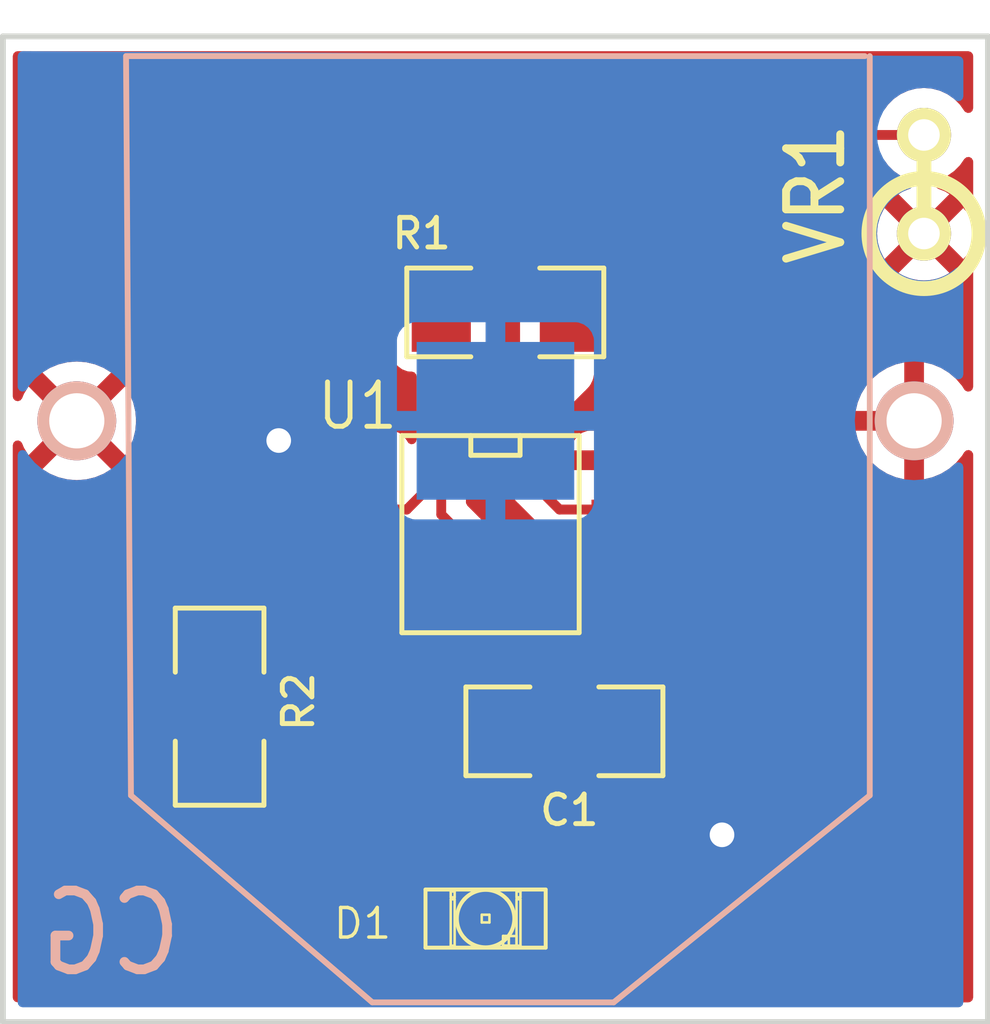
<source format=kicad_pcb>
(kicad_pcb (version 20221018) (generator pcbnew)
  (layers (0 "F.Cu" signal) (31 "B.Cu" signal) (34 "B.Paste" user) (35 "F.Paste" user) (36 "B.SilkS" user) (37 "F.SilkS" user) (38 "B.Mask" user) (39 "F.Mask" user) (44 "Edge.Cuts" user))
  (net 0 "")
  (net 1 "GND")
  (net 2 "N-000002")
  (net 3 "N-000003")
  (net 4 "N-000005")
  (net 5 "N-000007")
  (net 6 "VCC")
  (footprint "SO8N" (layer "F.Cu") (at 183.134 154.178 -90)
    (fp_text reference "U1" (at -3.302 3.429) (layer "F.SilkS") (effects (font (size 1.143 1.016) (thickness 0.127))))
    (fp_text value "7555" hide)
    (fp_line (start -2.54 -2.286) (end 2.54 -2.286) (stroke (width 0.127)) (layer "F.SilkS"))
    (fp_line (start -2.54 -0.762) (end -2.032 -0.762) (stroke (width 0.127)) (layer "F.SilkS"))
    (fp_line (start -2.54 2.286) (end -2.54 -2.286) (stroke (width 0.127)) (layer "F.SilkS"))
    (fp_line (start -2.032 -0.762) (end -2.032 0.508) (stroke (width 0.127)) (layer "F.SilkS"))
    (fp_line (start -2.032 0.508) (end -2.54 0.508) (stroke (width 0.127)) (layer "F.SilkS"))
    (fp_line (start 2.54 -2.286) (end 2.54 2.286) (stroke (width 0.127)) (layer "F.SilkS"))
    (fp_line (start 2.54 2.286) (end -2.54 2.286) (stroke (width 0.127)) (layer "F.SilkS"))
    (pad "1" smd rect (at -1.905 3.175 270) (size 0.508 1.143) (layers "F.Cu" "F.Paste" "F.Mask") (net 1 "GND"))
    (pad "2" smd rect (at -0.635 3.175 270) (size 0.508 1.143) (layers "F.Cu" "F.Paste" "F.Mask") (net 4 "N-000005"))
    (pad "3" smd rect (at 0.635 3.175 270) (size 0.508 1.143) (layers "F.Cu" "F.Paste" "F.Mask") (net 3 "N-000003"))
    (pad "4" smd rect (at 1.905 3.175 270) (size 0.508 1.143) (layers "F.Cu" "F.Paste" "F.Mask") (net 6 "VCC"))
    (pad "5" smd rect (at 1.905 -3.175 270) (size 0.508 1.143) (layers "F.Cu" "F.Paste" "F.Mask"))
    (pad "6" smd rect (at 0.635 -3.175 270) (size 0.508 1.143) (layers "F.Cu" "F.Paste" "F.Mask") (net 4 "N-000005"))
    (pad "7" smd rect (at -0.635 -3.175 270) (size 0.508 1.143) (layers "F.Cu" "F.Paste" "F.Mask") (net 5 "N-000007"))
    (pad "8" smd rect (at -1.905 -3.175 270) (size 0.508 1.143) (layers "F.Cu" "F.Paste" "F.Mask") (net 6 "VCC"))
  )
  (footprint "SM1206" (layer "F.Cu") (at 183.515 148.463 180)
    (fp_text reference "R1" (at 2.159 2.032 180) (layer "F.SilkS") (effects (font (size 0.762 0.762) (thickness 0.127))))
    (fp_text value "470K" hide)
    (fp_line (start -2.54 -1.143) (end -2.54 1.143) (stroke (width 0.127)) (layer "F.SilkS"))
    (fp_line (start -2.54 1.143) (end -0.889 1.143) (stroke (width 0.127)) (layer "F.SilkS"))
    (fp_line (start -0.889 -1.143) (end -2.54 -1.143) (stroke (width 0.127)) (layer "F.SilkS"))
    (fp_line (start 0.889 -1.143) (end 2.54 -1.143) (stroke (width 0.127)) (layer "F.SilkS"))
    (fp_line (start 2.54 -1.143) (end 2.54 1.143) (stroke (width 0.127)) (layer "F.SilkS"))
    (fp_line (start 2.54 1.143) (end 0.889 1.143) (stroke (width 0.127)) (layer "F.SilkS"))
    (pad "1" smd rect (at -1.651 0 180) (size 1.524 2.032) (layers "F.Cu" "F.Paste" "F.Mask") (net 5 "N-000007"))
    (pad "2" smd rect (at 1.651 0 180) (size 1.524 2.032) (layers "F.Cu" "F.Paste" "F.Mask") (net 4 "N-000005"))
  )
  (footprint "SM1206" (layer "F.Cu") (at 176.149 158.623 -90)
    (fp_text reference "R2" (at -0.127 -2.032 270) (layer "F.SilkS") (effects (font (size 0.762 0.762) (thickness 0.127))))
    (fp_text value "1K" hide)
    (fp_line (start -2.54 -1.143) (end -2.54 1.143) (stroke (width 0.127)) (layer "F.SilkS"))
    (fp_line (start -2.54 1.143) (end -0.889 1.143) (stroke (width 0.127)) (layer "F.SilkS"))
    (fp_line (start -0.889 -1.143) (end -2.54 -1.143) (stroke (width 0.127)) (layer "F.SilkS"))
    (fp_line (start 0.889 -1.143) (end 2.54 -1.143) (stroke (width 0.127)) (layer "F.SilkS"))
    (fp_line (start 2.54 -1.143) (end 2.54 1.143) (stroke (width 0.127)) (layer "F.SilkS"))
    (fp_line (start 2.54 1.143) (end 0.889 1.143) (stroke (width 0.127)) (layer "F.SilkS"))
    (pad "1" smd rect (at -1.651 0 270) (size 1.524 2.032) (layers "F.Cu" "F.Paste" "F.Mask") (net 3 "N-000003"))
    (pad "2" smd rect (at 1.651 0 270) (size 1.524 2.032) (layers "F.Cu" "F.Paste" "F.Mask") (net 2 "N-000002"))
  )
  (footprint "R1" (layer "F.Cu") (at 194.31 145.161 90)
    (fp_text reference "VR1" (at -0.254 -2.794 90) (layer "F.SilkS") (effects (font (size 1.397 1.27) (thickness 0.2032))))
    (fp_text value "LDR" hide)
    (fp_line (start -1.27 0) (end 1.27 0) (stroke (width 0.381)) (layer "F.SilkS"))
    (fp_circle (center -1.27 0) (end -0.635 1.27) (stroke (width 0.381)) (fill none) (layer "F.SilkS"))
    (pad "1" thru_hole circle (at -1.27 0 90) (size 1.397 1.397) (drill 0.812799) (layers "*.Cu" "*.Mask" "F.SilkS") (net 6 "VCC"))
    (pad "2" thru_hole circle (at 1.27 0 90) (size 1.397 1.397) (drill 0.812799) (layers "*.Cu" "*.Mask" "F.SilkS") (net 5 "N-000007"))
  )
  (footprint "LED-1206" (layer "F.Cu") (at 183.007 164.084)
    (fp_text reference "D1" (at -3.175 0.127) (layer "F.SilkS") (effects (font (size 0.762 0.762) (thickness 0.0889))))
    (fp_text value "LED" hide)
    (fp_line (start -1.5494 -0.7493) (end 1.5494 -0.7493) (stroke (width 0.1016)) (layer "F.SilkS"))
    (fp_line (start -1.5494 0.7493) (end -1.5494 -0.7493) (stroke (width 0.1016)) (layer "F.SilkS"))
    (fp_line (start -0.89916 -0.6985) (end -0.79756 -0.6985) (stroke (width 0.06604)) (layer "F.SilkS"))
    (fp_line (start -0.89916 -0.54864) (end -0.89916 -0.6985) (stroke (width 0.06604)) (layer "F.SilkS"))
    (fp_line (start -0.89916 -0.54864) (end -0.79756 -0.54864) (stroke (width 0.06604)) (layer "F.SilkS"))
    (fp_line (start -0.89916 -0.49784) (end -0.79756 -0.49784) (stroke (width 0.06604)) (layer "F.SilkS"))
    (fp_line (start -0.89916 0.6985) (end -0.89916 -0.49784) (stroke (width 0.06604)) (layer "F.SilkS"))
    (fp_line (start -0.89916 0.6985) (end -0.79756 0.6985) (stroke (width 0.06604)) (layer "F.SilkS"))
    (fp_line (start -0.79756 -0.54864) (end -0.79756 -0.6985) (stroke (width 0.06604)) (layer "F.SilkS"))
    (fp_line (start -0.79756 0.6985) (end -0.79756 -0.49784) (stroke (width 0.06604)) (layer "F.SilkS"))
    (fp_line (start -0.09906 -0.09906) (end 0.09906 -0.09906) (stroke (width 0.06604)) (layer "F.SilkS"))
    (fp_line (start -0.09906 0.09906) (end -0.09906 -0.09906) (stroke (width 0.06604)) (layer "F.SilkS"))
    (fp_line (start -0.09906 0.09906) (end 0.09906 0.09906) (stroke (width 0.06604)) (layer "F.SilkS"))
    (fp_line (start 0.09906 0.09906) (end 0.09906 -0.09906) (stroke (width 0.06604)) (layer "F.SilkS"))
    (fp_line (start 0.44958 0.44958) (end 0.59944 0.44958) (stroke (width 0.06604)) (layer "F.SilkS"))
    (fp_line (start 0.44958 0.44958) (end 0.79756 0.44958) (stroke (width 0.06604)) (layer "F.SilkS"))
    (fp_line (start 0.44958 0.6985) (end 0.44958 0.44958) (stroke (width 0.06604)) (layer "F.SilkS"))
    (fp_line (start 0.44958 0.6985) (end 0.44958 0.44958) (stroke (width 0.06604)) (layer "F.SilkS"))
    (fp_line (start 0.44958 0.6985) (end 0.59944 0.6985) (stroke (width 0.06604)) (layer "F.SilkS"))
    (fp_line (start 0.44958 0.6985) (end 0.79756 0.6985) (stroke (width 0.06604)) (layer "F.SilkS"))
    (fp_line (start 0.59944 0.6985) (end 0.59944 0.44958) (stroke (width 0.06604)) (layer "F.SilkS"))
    (fp_line (start 0.79756 -0.6985) (end 0.89916 -0.6985) (stroke (width 0.06604)) (layer "F.SilkS"))
    (fp_line (start 0.79756 -0.54864) (end 0.79756 -0.6985) (stroke (width 0.06604)) (layer "F.SilkS"))
    (fp_line (start 0.79756 -0.54864) (end 0.89916 -0.54864) (stroke (width 0.06604)) (layer "F.SilkS"))
    (fp_line (start 0.79756 -0.49784) (end 0.89916 -0.49784) (stroke (width 0.06604)) (layer "F.SilkS"))
    (fp_line (start 0.79756 0.6985) (end 0.79756 -0.49784) (stroke (width 0.06604)) (layer "F.SilkS"))
    (fp_line (start 0.79756 0.6985) (end 0.79756 0.44958) (stroke (width 0.06604)) (layer "F.SilkS"))
    (fp_line (start 0.79756 0.6985) (end 0.89916 0.6985) (stroke (width 0.06604)) (layer "F.SilkS"))
    (fp_line (start 0.89916 -0.54864) (end 0.89916 -0.6985) (stroke (width 0.06604)) (layer "F.SilkS"))
    (fp_line (start 0.89916 0.6985) (end 0.89916 -0.49784) (stroke (width 0.06604)) (layer "F.SilkS"))
    (fp_line (start 1.5494 -0.7493) (end 1.5494 0.7493) (stroke (width 0.1016)) (layer "F.SilkS"))
    (fp_line (start 1.5494 0.7493) (end -1.5494 0.7493) (stroke (width 0.1016)) (layer "F.SilkS"))
    (fp_arc (start -0.54864 -0.49784) (mid -0.001024 -0.740844) (end 0.547262 -0.499354) (stroke (width 0.1016)) (layer "F.SilkS"))
    (fp_arc (start -0.54864 0.49784) (mid -0.740844 -0.000377) (end -0.548133 -0.498398) (stroke (width 0.1016)) (layer "F.SilkS"))
    (fp_arc (start 0.54864 -0.49784) (mid 0.740844 0.000377) (end 0.548133 0.498398) (stroke (width 0.1016)) (layer "F.SilkS"))
    (fp_arc (start 0.54864 0.49784) (mid 0.001024 0.740844) (end -0.547262 0.499354) (stroke (width 0.1016)) (layer "F.SilkS"))
    (pad "1" smd rect (at -1.41986 0) (size 1.59766 1.80086) (layers "F.Cu" "F.Paste" "F.Mask") (net 2 "N-000002"))
    (pad "2" smd rect (at 1.41986 0) (size 1.59766 1.80086) (layers "F.Cu" "F.Paste" "F.Mask") (net 1 "GND"))
  )
  (footprint "SM1206" (layer "F.Cu") (at 185.039 159.258)
    (fp_text reference "C1" (at 0.127 2.032) (layer "F.SilkS") (effects (font (size 0.762 0.762) (thickness 0.127))))
    (fp_text value "1U" hide)
    (fp_line (start -2.54 -1.143) (end -2.54 1.143) (stroke (width 0.127)) (layer "F.SilkS"))
    (fp_line (start -2.54 1.143) (end -0.889 1.143) (stroke (width 0.127)) (layer "F.SilkS"))
    (fp_line (start -0.889 -1.143) (end -2.54 -1.143) (stroke (width 0.127)) (layer "F.SilkS"))
    (fp_line (start 0.889 -1.143) (end 2.54 -1.143) (stroke (width 0.127)) (layer "F.SilkS"))
    (fp_line (start 2.54 -1.143) (end 2.54 1.143) (stroke (width 0.127)) (layer "F.SilkS"))
    (fp_line (start 2.54 1.143) (end 0.889 1.143) (stroke (width 0.127)) (layer "F.SilkS"))
    (pad "1" smd rect (at -1.651 0) (size 1.524 2.032) (layers "F.Cu" "F.Paste" "F.Mask") (net 4 "N-000005"))
    (pad "2" smd rect (at 1.651 0) (size 1.524 2.032) (layers "F.Cu" "F.Paste" "F.Mask") (net 1 "GND"))
  )
  (footprint "CR2032" (layer "B.Cu") (at 183.261 151.257 180)
    (fp_text reference "BT1" hide)
    (fp_text value "CR2032" hide)
    (fp_line (start -9.652 -9.652) (end -3.048 -14.986) (stroke (width 0.15)) (layer "B.SilkS"))
    (fp_line (start -9.652 9.398) (end -9.652 -9.652) (stroke (width 0.15)) (layer "B.SilkS"))
    (fp_line (start -3.048 -14.986) (end 3.175 -14.986) (stroke (width 0.15)) (layer "B.SilkS"))
    (fp_line (start 3.175 -14.986) (end 9.398 -9.652) (stroke (width 0.15)) (layer "B.SilkS"))
    (fp_line (start 9.398 -9.652) (end 9.525 9.398) (stroke (width 0.15)) (layer "B.SilkS"))
    (fp_line (start 9.525 9.398) (end -9.525 9.398) (stroke (width 0.15)) (layer "B.SilkS"))
    (pad "1" thru_hole oval (at -10.795 0 180) (size 2.032 2.032) (drill 1.4224) (layers "*.Cu" "*.Mask" "B.SilkS") (net 6 "VCC"))
    (pad "1" thru_hole circle (at 10.795 0 180) (size 2.032 2.032) (drill 1.4224) (layers "*.Cu" "*.Mask" "B.SilkS") (net 6 "VCC"))
    (pad "2" smd rect (at 0 0 180) (size 4.064 4.064) (layers "B.Cu" "B.Paste" "B.Mask") (net 1 "GND"))
  )
  (gr_line (start 195.961 141.351) (end 170.561 141.351) (stroke (width 0.15)) (layer "Edge.Cuts"))
  (gr_line (start 195.961 141.351) (end 195.961 166.751) (stroke (width 0.15)) (layer "Edge.Cuts"))
  (gr_line (start 170.561 166.751) (end 195.961 166.751) (stroke (width 0.15)) (layer "Edge.Cuts"))
  (gr_line (start 170.561 141.351) (end 170.561 166.751) (stroke (width 0.15)) (layer "Edge.Cuts"))
  (gr_text "CG" (at 173.355 164.465) (layer "B.SilkS") (effects (font (size 2.032 1.778) (thickness 0.25)) (justify mirror)))
  (segment (start 178.181 152.273) (end 177.673 151.765) (width 0.254) (layer "F.Cu") (net 1))
  (segment (start 186.944 164.084) (end 189.103 161.925) (width 0.254) (layer "F.Cu") (net 1))
  (segment (start 187.833 159.258) (end 189.103 160.528) (width 0.254) (layer "F.Cu") (net 1))
  (segment (start 189.103 160.528) (end 189.103 161.925) (width 0.254) (layer "F.Cu") (net 1))
  (segment (start 179.959 152.273) (end 178.181 152.273) (width 0.254) (layer "F.Cu") (net 1))
  (segment (start 186.69 159.258) (end 187.833 159.258) (width 0.254) (layer "F.Cu") (net 1))
  (segment (start 186.944 164.084) (end 184.42686 164.084) (width 0.254) (layer "F.Cu") (net 1))
  (via (at 177.673 151.765) (size 0.889) (drill 0.635) (layers "F.Cu" "B.Cu") (net 1))
  (via (at 189.103 161.925) (size 0.889) (drill 0.635) (layers "F.Cu" "B.Cu") (net 1))
  (segment (start 177.546 164.084) (end 176.149 162.687) (width 0.254) (layer "F.Cu") (net 2))
  (segment (start 176.149 162.687) (end 176.149 160.274) (width 0.254) (layer "F.Cu") (net 2))
  (segment (start 181.58714 164.084) (end 177.546 164.084) (width 0.254) (layer "F.Cu") (net 2))
  (segment (start 176.149 155.702) (end 177.038 154.813) (width 0.254) (layer "F.Cu") (net 3))
  (segment (start 177.038 154.813) (end 179.959 154.813) (width 0.254) (layer "F.Cu") (net 3))
  (segment (start 176.149 156.972) (end 176.149 155.702) (width 0.254) (layer "F.Cu") (net 3))
  (segment (start 181.864 152.654) (end 180.975 153.543) (width 0.254) (layer "F.Cu") (net 4))
  (segment (start 180.975 153.543) (end 179.959 153.543) (width 0.254) (layer "F.Cu") (net 4))
  (segment (start 183.007 154.813) (end 181.864 153.67) (width 0.254) (layer "F.Cu") (net 4))
  (segment (start 181.864 153.67) (end 181.864 152.4) (width 0.254) (layer "F.Cu") (net 4))
  (segment (start 181.864 152.4) (end 181.864 152.654) (width 0.254) (layer "F.Cu") (net 4))
  (segment (start 183.388 156.845) (end 185.42 154.813) (width 0.254) (layer "F.Cu") (net 4))
  (segment (start 185.42 154.813) (end 183.007 154.813) (width 0.254) (layer "F.Cu") (net 4))
  (segment (start 186.309 154.813) (end 185.42 154.813) (width 0.254) (layer "F.Cu") (net 4))
  (segment (start 181.864 148.463) (end 181.864 152.4) (width 0.254) (layer "F.Cu") (net 4))
  (segment (start 183.388 159.258) (end 183.388 156.845) (width 0.254) (layer "F.Cu") (net 4))
  (segment (start 185.166 149.987) (end 184.277 150.876) (width 0.254) (layer "F.Cu") (net 5))
  (segment (start 184.277 150.876) (end 184.277 152.908) (width 0.254) (layer "F.Cu") (net 5))
  (segment (start 184.277 152.908) (end 184.912 153.543) (width 0.254) (layer "F.Cu") (net 5))
  (segment (start 184.912 153.543) (end 186.309 153.543) (width 0.254) (layer "F.Cu") (net 5))
  (segment (start 187.579 143.891) (end 185.166 146.304) (width 0.254) (layer "F.Cu") (net 5))
  (segment (start 185.166 146.304) (end 185.166 148.463) (width 0.254) (layer "F.Cu") (net 5))
  (segment (start 194.31 143.891) (end 187.579 143.891) (width 0.254) (layer "F.Cu") (net 5))
  (segment (start 185.166 148.463) (end 185.166 149.987) (width 0.254) (layer "F.Cu") (net 5))
  (zone (net 6) (net_name "VCC") (layer "F.Cu") (connect_pads (clearance 0.508)) (min_thickness 0.254) (fill yes (thermal_gap 0.508) (thermal_bridge_width 0.508))
    (polygon (pts (xy 195.58 166.243) (xy 170.815 166.243) (xy 170.815 141.732) (xy 195.58 141.732)))
  )
  (zone (net 1) (net_name "GND") (layer "B.Cu") (connect_pads (clearance 0.508)) (min_thickness 0.254) (fill yes (thermal_gap 0.508) (thermal_bridge_width 0.508))
    (polygon (pts (xy 195.326 166.37) (xy 170.942 166.37) (xy 170.942 141.732) (xy 195.326 141.859)))
  )
)
</source>
